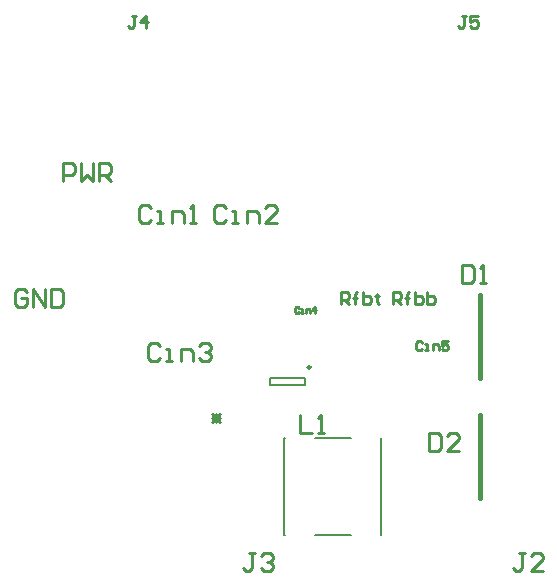
<source format=gto>
G04*
G04 #@! TF.GenerationSoftware,Altium Limited,Altium Designer,23.3.1 (30)*
G04*
G04 Layer_Color=65535*
%FSLAX44Y44*%
%MOMM*%
G71*
G04*
G04 #@! TF.SameCoordinates,92076935-D0C0-4AE0-889B-4FEA7ABF897C*
G04*
G04*
G04 #@! TF.FilePolarity,Positive*
G04*
G01*
G75*
%ADD10C,0.2500*%
%ADD11C,0.2000*%
%ADD12C,0.4000*%
%ADD13C,0.2540*%
D10*
X273250Y189800D02*
G03*
X273250Y189800I-1250J0D01*
G01*
D11*
X239000Y174800D02*
X269000D01*
X239000Y180800D02*
X269000D01*
X239000Y174800D02*
Y180800D01*
X269000Y174800D02*
Y180800D01*
X251100Y129900D02*
X251350D01*
X276850D02*
X307350D01*
X332850D02*
X333100D01*
Y47900D02*
Y129900D01*
X251100Y47900D02*
X251350D01*
X276850D02*
X307350D01*
X332850D02*
X333100D01*
X251100D02*
Y129900D01*
D12*
X416700Y180900D02*
Y250900D01*
Y79300D02*
Y149300D01*
D13*
X33017Y253996D02*
X30477Y256535D01*
X25399D01*
X22860Y253996D01*
Y243839D01*
X25399Y241300D01*
X30477D01*
X33017Y243839D01*
Y248918D01*
X27938D01*
X38095Y241300D02*
Y256535D01*
X48252Y241300D01*
Y256535D01*
X53330D02*
Y241300D01*
X60948D01*
X63487Y243839D01*
Y253996D01*
X60948Y256535D01*
X53330D01*
X63500Y347980D02*
Y363215D01*
X71118D01*
X73657Y360676D01*
Y355597D01*
X71118Y353058D01*
X63500D01*
X78735Y363215D02*
Y347980D01*
X83813Y353058D01*
X88892Y347980D01*
Y363215D01*
X93970Y347980D02*
Y363215D01*
X101588D01*
X104127Y360676D01*
Y355597D01*
X101588Y353058D01*
X93970D01*
X99049D02*
X104127Y347980D01*
X298878Y243842D02*
Y253998D01*
X303957D01*
X305650Y252306D01*
Y248920D01*
X303957Y247227D01*
X298878D01*
X302264D02*
X305650Y243842D01*
X310728D02*
Y252306D01*
Y248920D01*
X309035D01*
X312421D01*
X310728D01*
Y252306D01*
X312421Y253998D01*
X317499D02*
Y243842D01*
X322578D01*
X324270Y245534D01*
Y247227D01*
Y248920D01*
X322578Y250613D01*
X317499D01*
X329349Y252306D02*
Y250613D01*
X327656D01*
X331041D01*
X329349D01*
Y245534D01*
X331041Y243842D01*
X342906D02*
Y253998D01*
X347984D01*
X349677Y252306D01*
Y248920D01*
X347984Y247227D01*
X342906D01*
X346291D02*
X349677Y243842D01*
X354755D02*
Y252306D01*
Y248920D01*
X353063D01*
X356448D01*
X354755D01*
Y252306D01*
X356448Y253998D01*
X361526D02*
Y243842D01*
X366605D01*
X368298Y245534D01*
Y247227D01*
Y248920D01*
X366605Y250613D01*
X361526D01*
X371683Y253998D02*
Y243842D01*
X376762D01*
X378454Y245534D01*
Y247227D01*
Y248920D01*
X376762Y250613D01*
X371683D01*
X264163Y149858D02*
Y134622D01*
X274320D01*
X279398D02*
X284477D01*
X281938D01*
Y149858D01*
X279398Y147318D01*
X373384Y134618D02*
Y119382D01*
X381002D01*
X383541Y121922D01*
Y132078D01*
X381002Y134618D01*
X373384D01*
X398776Y119382D02*
X388619D01*
X398776Y129539D01*
Y132078D01*
X396237Y134618D01*
X391158D01*
X388619Y132078D01*
X401323Y276857D02*
Y261623D01*
X408941D01*
X411480Y264162D01*
Y274318D01*
X408941Y276857D01*
X401323D01*
X416558Y261623D02*
X421637D01*
X419098D01*
Y276857D01*
X416558Y274318D01*
X367668Y210819D02*
X366398Y212089D01*
X363859D01*
X362589Y210819D01*
Y205741D01*
X363859Y204471D01*
X366398D01*
X367668Y205741D01*
X370207Y204471D02*
X372746D01*
X371476D01*
Y209550D01*
X370207D01*
X376555Y204471D02*
Y209550D01*
X380364D01*
X381633Y208280D01*
Y204471D01*
X389251Y212089D02*
X384172D01*
Y208280D01*
X386712Y209550D01*
X387981D01*
X389251Y208280D01*
Y205741D01*
X387981Y204471D01*
X385442D01*
X384172Y205741D01*
X263738Y240453D02*
X262892Y241299D01*
X261199D01*
X260353Y240453D01*
Y237067D01*
X261199Y236221D01*
X262892D01*
X263738Y237067D01*
X265431Y236221D02*
X267124D01*
X266278D01*
Y239606D01*
X265431D01*
X269663Y236221D02*
Y239606D01*
X272202D01*
X273049Y238760D01*
Y236221D01*
X277281D02*
Y241299D01*
X274742Y238760D01*
X278127D01*
X146055Y208278D02*
X143516Y210818D01*
X138438D01*
X135899Y208278D01*
Y198122D01*
X138438Y195583D01*
X143516D01*
X146055Y198122D01*
X151134Y195583D02*
X156212D01*
X153673D01*
Y205739D01*
X151134D01*
X163830Y195583D02*
Y205739D01*
X171447D01*
X173986Y203200D01*
Y195583D01*
X179065Y208278D02*
X181604Y210818D01*
X186682D01*
X189221Y208278D01*
Y205739D01*
X186682Y203200D01*
X184143D01*
X186682D01*
X189221Y200661D01*
Y198122D01*
X186682Y195583D01*
X181604D01*
X179065Y198122D01*
X201935Y325118D02*
X199396Y327658D01*
X194318D01*
X191779Y325118D01*
Y314962D01*
X194318Y312423D01*
X199396D01*
X201935Y314962D01*
X207014Y312423D02*
X212092D01*
X209553D01*
Y322579D01*
X207014D01*
X219710Y312423D02*
Y322579D01*
X227327D01*
X229866Y320040D01*
Y312423D01*
X245101D02*
X234945D01*
X245101Y322579D01*
Y325118D01*
X242562Y327658D01*
X237484D01*
X234945Y325118D01*
X138434D02*
X135895Y327658D01*
X130817D01*
X128278Y325118D01*
Y314962D01*
X130817Y312423D01*
X135895D01*
X138434Y314962D01*
X143513Y312423D02*
X148591D01*
X146052D01*
Y322579D01*
X143513D01*
X156209Y312423D02*
Y322579D01*
X163826D01*
X166366Y320040D01*
Y312423D01*
X171444D02*
X176522D01*
X173983D01*
Y327658D01*
X171444Y325118D01*
X125307Y487678D02*
X121922D01*
X123614D01*
Y479214D01*
X121922Y477522D01*
X120229D01*
X118536Y479214D01*
X133771Y477522D02*
Y487678D01*
X128693Y482600D01*
X135464D01*
X226061Y33017D02*
X220982D01*
X223522D01*
Y20322D01*
X220982Y17782D01*
X218443D01*
X215904Y20322D01*
X231139Y30478D02*
X233678Y33017D01*
X238757D01*
X241296Y30478D01*
Y27939D01*
X238757Y25400D01*
X236217D01*
X238757D01*
X241296Y22861D01*
Y20322D01*
X238757Y17782D01*
X233678D01*
X231139Y20322D01*
X404707Y487678D02*
X401322D01*
X403014D01*
Y479214D01*
X401322Y477522D01*
X399629D01*
X397936Y479214D01*
X414864Y487678D02*
X408093D01*
Y482600D01*
X411478Y484293D01*
X413171D01*
X414864Y482600D01*
Y479214D01*
X413171Y477522D01*
X409786D01*
X408093Y479214D01*
X454661Y33017D02*
X449582D01*
X452122D01*
Y20322D01*
X449582Y17782D01*
X447043D01*
X444504Y20322D01*
X469896Y17782D02*
X459739D01*
X469896Y27939D01*
Y30478D01*
X467357Y33017D01*
X462278D01*
X459739Y30478D01*
X189654Y150706D02*
X196426Y143934D01*
X189654D02*
X196426Y150706D01*
X189654Y147320D02*
X196426D01*
X193040Y143934D02*
Y150706D01*
M02*

</source>
